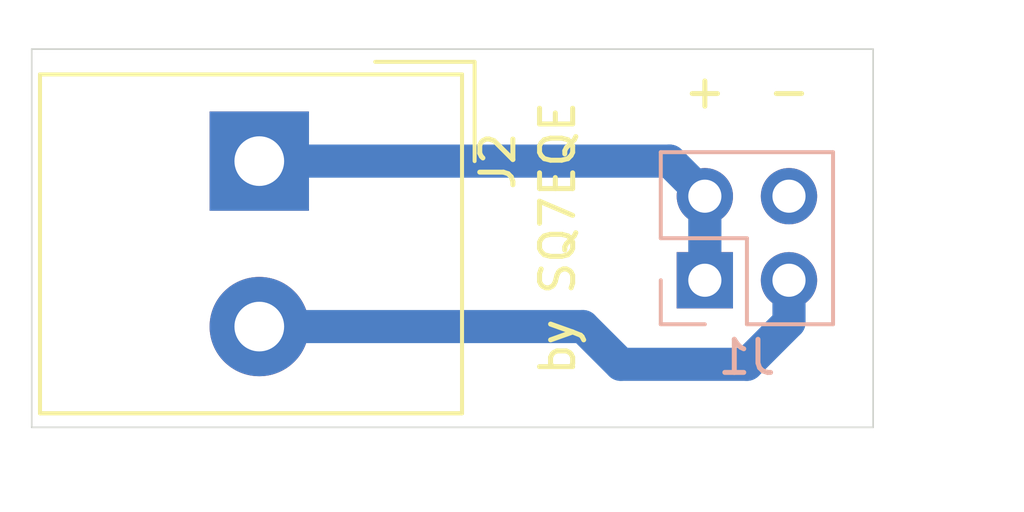
<source format=kicad_pcb>
(kicad_pcb (version 20171130) (host pcbnew 5.1.4-3.fc31)

  (general
    (thickness 1.6)
    (drawings 9)
    (tracks 8)
    (zones 0)
    (modules 2)
    (nets 3)
  )

  (page A4)
  (title_block
    (title "Screw Terminal to PCB Adapter PCB Layout")
    (date 2019-11-22)
    (rev 0.5)
    (company "MSc. Paweł Sobótka")
    (comment 1 "GNU GPLv3")
    (comment 2 "design by SQ7EQE")
    (comment 3 "for contact plates")
  )

  (layers
    (0 F.Cu signal)
    (31 B.Cu signal)
    (32 B.Adhes user)
    (33 F.Adhes user)
    (34 B.Paste user)
    (35 F.Paste user)
    (36 B.SilkS user)
    (37 F.SilkS user)
    (38 B.Mask user)
    (39 F.Mask user)
    (40 Dwgs.User user)
    (41 Cmts.User user)
    (42 Eco1.User user)
    (43 Eco2.User user)
    (44 Edge.Cuts user)
    (45 Margin user)
    (46 B.CrtYd user)
    (47 F.CrtYd user)
    (48 B.Fab user)
    (49 F.Fab user)
  )

  (setup
    (last_trace_width 0.25)
    (user_trace_width 1)
    (trace_clearance 0.2)
    (zone_clearance 0.508)
    (zone_45_only no)
    (trace_min 0.2)
    (via_size 0.8)
    (via_drill 0.4)
    (via_min_size 0.4)
    (via_min_drill 0.3)
    (uvia_size 0.3)
    (uvia_drill 0.1)
    (uvias_allowed no)
    (uvia_min_size 0.2)
    (uvia_min_drill 0.1)
    (edge_width 0.05)
    (segment_width 0.2)
    (pcb_text_width 0.3)
    (pcb_text_size 1.5 1.5)
    (mod_edge_width 0.12)
    (mod_text_size 1 1)
    (mod_text_width 0.15)
    (pad_size 1.524 1.524)
    (pad_drill 0.762)
    (pad_to_mask_clearance 0.051)
    (solder_mask_min_width 0.25)
    (aux_axis_origin 120.65 51.435)
    (visible_elements FFFFFF7F)
    (pcbplotparams
      (layerselection 0x012fc_ffffffff)
      (usegerberextensions false)
      (usegerberattributes true)
      (usegerberadvancedattributes true)
      (creategerberjobfile true)
      (excludeedgelayer true)
      (linewidth 0.150000)
      (plotframeref false)
      (viasonmask false)
      (mode 1)
      (useauxorigin true)
      (hpglpennumber 1)
      (hpglpenspeed 20)
      (hpglpendiameter 15.000000)
      (psnegative false)
      (psa4output false)
      (plotreference true)
      (plotvalue true)
      (plotinvisibletext false)
      (padsonsilk false)
      (subtractmaskfromsilk true)
      (outputformat 1)
      (mirror false)
      (drillshape 0)
      (scaleselection 1)
      (outputdirectory "plot/"))
  )

  (net 0 "")
  (net 1 /+)
  (net 2 /-)

  (net_class Default "To jest domyślna klasa połączeń."
    (clearance 0.2)
    (trace_width 0.25)
    (via_dia 0.8)
    (via_drill 0.4)
    (uvia_dia 0.3)
    (uvia_drill 0.1)
    (add_net /+)
    (add_net /-)
  )

  (module pinheader:PinHeader_2x02_P2.54mm_Top_Bottom_Vertical (layer B.Cu) (tedit 5DD62059) (tstamp 5DD7EB1A)
    (at 140.97 46.99)
    (descr "Through hole straight pin header, 2x02, 2.54mm pitch, double rows")
    (tags "Through hole pin header THT 2x02 2.54mm double row")
    (path /5DD84E8A)
    (fp_text reference J1 (at 1.27 2.33) (layer B.SilkS)
      (effects (font (size 1 1) (thickness 0.15)) (justify mirror))
    )
    (fp_text value PinHeader_02x02_2.54mm (at 1.27 -5.08) (layer B.Fab) hide
      (effects (font (size 1 1) (thickness 0.15)) (justify mirror))
    )
    (fp_line (start 0 1.27) (end 3.81 1.27) (layer B.Fab) (width 0.1))
    (fp_line (start 3.81 1.27) (end 3.81 -3.81) (layer B.Fab) (width 0.1))
    (fp_line (start 3.81 -3.81) (end -1.27 -3.81) (layer B.Fab) (width 0.1))
    (fp_line (start -1.27 -3.81) (end -1.27 0) (layer B.Fab) (width 0.1))
    (fp_line (start -1.27 0) (end 0 1.27) (layer B.Fab) (width 0.1))
    (fp_line (start -1.33 -3.87) (end 3.87 -3.87) (layer B.SilkS) (width 0.12))
    (fp_line (start -1.33 -1.27) (end -1.33 -3.87) (layer B.SilkS) (width 0.12))
    (fp_line (start 3.87 1.33) (end 3.87 -3.87) (layer B.SilkS) (width 0.12))
    (fp_line (start -1.33 -1.27) (end 1.27 -1.27) (layer B.SilkS) (width 0.12))
    (fp_line (start 1.27 -1.27) (end 1.27 1.33) (layer B.SilkS) (width 0.12))
    (fp_line (start 1.27 1.33) (end 3.87 1.33) (layer B.SilkS) (width 0.12))
    (fp_line (start -1.33 0) (end -1.33 1.33) (layer B.SilkS) (width 0.12))
    (fp_line (start -1.33 1.33) (end 0 1.33) (layer B.SilkS) (width 0.12))
    (fp_line (start -1.8 1.8) (end -1.8 -4.35) (layer B.CrtYd) (width 0.05))
    (fp_line (start -1.8 -4.35) (end 4.35 -4.35) (layer B.CrtYd) (width 0.05))
    (fp_line (start 4.35 -4.35) (end 4.35 1.8) (layer B.CrtYd) (width 0.05))
    (fp_line (start 4.35 1.8) (end -1.8 1.8) (layer B.CrtYd) (width 0.05))
    (fp_text user %R (at 1.27 -1.27 -90) (layer B.Fab)
      (effects (font (size 1 1) (thickness 0.15)) (justify mirror))
    )
    (pad 1 thru_hole rect (at 0 0) (size 1.7 1.7) (drill 1) (layers *.Cu *.Mask)
      (net 1 /+))
    (pad 3 thru_hole oval (at 2.54 0) (size 1.7 1.7) (drill 1) (layers *.Cu *.Mask)
      (net 2 /-))
    (pad 2 thru_hole oval (at 0 -2.54) (size 1.7 1.7) (drill 1) (layers *.Cu *.Mask)
      (net 1 /+))
    (pad 4 thru_hole oval (at 2.54 -2.54) (size 1.7 1.7) (drill 1) (layers *.Cu *.Mask)
      (net 2 /-))
    (model ${KISYS3DMOD}/Connector_PinHeader_2.54mm.3dshapes/PinHeader_2x02_P2.54mm_Vertical.wrl
      (at (xyz 0 0 0))
      (scale (xyz 1 1 1))
      (rotate (xyz 0 0 0))
    )
  )

  (module TerminalBlock_Altech:Altech_AK300_1x02_P5.00mm_45-Degree (layer F.Cu) (tedit 5C27907F) (tstamp 5DD7EB34)
    (at 127.520001 43.390001 270)
    (descr "Altech AK300 serie terminal block (Script generated with StandardBox.py) (http://www.altechcorp.com/PDFS/PCBMETRC.PDF)")
    (tags "Altech AK300 serie connector")
    (path /5DD84BDF)
    (fp_text reference J2 (at 0 -7.2 90) (layer F.SilkS)
      (effects (font (size 1 1) (thickness 0.15)))
    )
    (fp_text value AK300_1x02_P5.00mm (at -4.020001 -0.749999 180) (layer F.Fab)
      (effects (font (size 1 1) (thickness 0.15)))
    )
    (fp_line (start -2 -6) (end 7.5 -6) (layer F.Fab) (width 0.1))
    (fp_line (start 7.5 -6) (end 7.5 6.5) (layer F.Fab) (width 0.1))
    (fp_line (start 7.5 6.5) (end -2.5 6.5) (layer F.Fab) (width 0.1))
    (fp_line (start -2.5 6.5) (end -2.5 -5.5) (layer F.Fab) (width 0.1))
    (fp_line (start -2.5 -5.5) (end -2 -6) (layer F.Fab) (width 0.1))
    (fp_line (start -3 -3.5) (end -3 -6.5) (layer F.SilkS) (width 0.12))
    (fp_line (start -3 -6.5) (end 0 -6.5) (layer F.SilkS) (width 0.12))
    (fp_line (start -2.62 -6.12) (end 7.62 -6.12) (layer F.SilkS) (width 0.12))
    (fp_line (start 7.62 -6.12) (end 7.62 6.62) (layer F.SilkS) (width 0.12))
    (fp_line (start -2.62 6.62) (end 7.62 6.62) (layer F.SilkS) (width 0.12))
    (fp_line (start -2.62 -6.12) (end -2.62 6.62) (layer F.SilkS) (width 0.12))
    (fp_line (start -2.62 -6.12) (end 7.62 -6.12) (layer F.SilkS) (width 0.12))
    (fp_line (start 7.62 -6.12) (end 7.62 6.62) (layer F.SilkS) (width 0.12))
    (fp_line (start -2.62 6.62) (end 7.62 6.62) (layer F.SilkS) (width 0.12))
    (fp_line (start -2.62 -6.12) (end -2.62 6.62) (layer F.SilkS) (width 0.12))
    (fp_line (start -2.75 -6.25) (end 7.75 -6.25) (layer F.CrtYd) (width 0.05))
    (fp_line (start 7.75 -6.25) (end 7.75 6.75) (layer F.CrtYd) (width 0.05))
    (fp_line (start -2.75 6.75) (end 7.75 6.75) (layer F.CrtYd) (width 0.05))
    (fp_line (start -2.75 -6.25) (end -2.75 6.75) (layer F.CrtYd) (width 0.05))
    (fp_text user %R (at 2.5 0.25 90) (layer F.Fab)
      (effects (font (size 1 1) (thickness 0.15)))
    )
    (pad 1 thru_hole rect (at 0 0 270) (size 3 3) (drill 1.5) (layers *.Cu *.Mask)
      (net 1 /+))
    (pad 2 thru_hole circle (at 5 0 270) (size 3 3) (drill 1.5) (layers *.Cu *.Mask)
      (net 2 /-))
    (model ${KISYS3DMOD}/TerminalBlock_Altech.3dshapes/Altech_AK300_1x02_P5.00mm_45-Degree.wrl
      (at (xyz 0 0 0))
      (scale (xyz 1 1 1))
      (rotate (xyz 0 0 0))
    )
  )

  (gr_text "by SQ7EQE" (at 136.525 45.72 90) (layer F.SilkS)
    (effects (font (size 1 1) (thickness 0.15)))
  )
  (gr_text - (at 143.51 41.275) (layer F.SilkS)
    (effects (font (size 1 1) (thickness 0.15)))
  )
  (gr_text + (at 140.97 41.275) (layer F.SilkS)
    (effects (font (size 1 1) (thickness 0.15)))
  )
  (dimension 11.43 (width 0.15) (layer Cmts.User)
    (gr_text "11,430 mm" (at 149.255 45.72 90) (layer Cmts.User)
      (effects (font (size 1 1) (thickness 0.15)))
    )
    (feature1 (pts (xy 146.05 40.005) (xy 148.541421 40.005)))
    (feature2 (pts (xy 146.05 51.435) (xy 148.541421 51.435)))
    (crossbar (pts (xy 147.955 51.435) (xy 147.955 40.005)))
    (arrow1a (pts (xy 147.955 40.005) (xy 148.541421 41.131504)))
    (arrow1b (pts (xy 147.955 40.005) (xy 147.368579 41.131504)))
    (arrow2a (pts (xy 147.955 51.435) (xy 148.541421 50.308496)))
    (arrow2b (pts (xy 147.955 51.435) (xy 147.368579 50.308496)))
  )
  (dimension 25.4 (width 0.15) (layer Cmts.User)
    (gr_text "25,400 mm" (at 133.35 54.64) (layer Cmts.User)
      (effects (font (size 1 1) (thickness 0.15)))
    )
    (feature1 (pts (xy 146.05 51.435) (xy 146.05 53.926421)))
    (feature2 (pts (xy 120.65 51.435) (xy 120.65 53.926421)))
    (crossbar (pts (xy 120.65 53.34) (xy 146.05 53.34)))
    (arrow1a (pts (xy 146.05 53.34) (xy 144.923496 53.926421)))
    (arrow1b (pts (xy 146.05 53.34) (xy 144.923496 52.753579)))
    (arrow2a (pts (xy 120.65 53.34) (xy 121.776504 53.926421)))
    (arrow2b (pts (xy 120.65 53.34) (xy 121.776504 52.753579)))
  )
  (gr_line (start 120.65 51.435) (end 120.65 40.005) (layer Edge.Cuts) (width 0.05) (tstamp 5DD7ED03))
  (gr_line (start 146.05 51.435) (end 120.65 51.435) (layer Edge.Cuts) (width 0.05))
  (gr_line (start 146.05 40.005) (end 146.05 51.435) (layer Edge.Cuts) (width 0.05))
  (gr_line (start 120.65 40.005) (end 146.05 40.005) (layer Edge.Cuts) (width 0.05))

  (segment (start 139.910001 43.390001) (end 140.97 44.45) (width 1) (layer B.Cu) (net 1))
  (segment (start 127.520001 43.390001) (end 139.910001 43.390001) (width 1) (layer B.Cu) (net 1))
  (segment (start 140.97 44.45) (end 140.97 46.99) (width 1) (layer B.Cu) (net 1))
  (segment (start 143.51 48.26) (end 143.51 46.99) (width 1) (layer B.Cu) (net 2))
  (segment (start 142.24 49.53) (end 143.51 48.26) (width 1) (layer B.Cu) (net 2))
  (segment (start 138.43 49.53) (end 142.24 49.53) (width 1) (layer B.Cu) (net 2))
  (segment (start 127.520001 48.390001) (end 137.290001 48.390001) (width 1) (layer B.Cu) (net 2))
  (segment (start 137.290001 48.390001) (end 138.43 49.53) (width 1) (layer B.Cu) (net 2))

)

</source>
